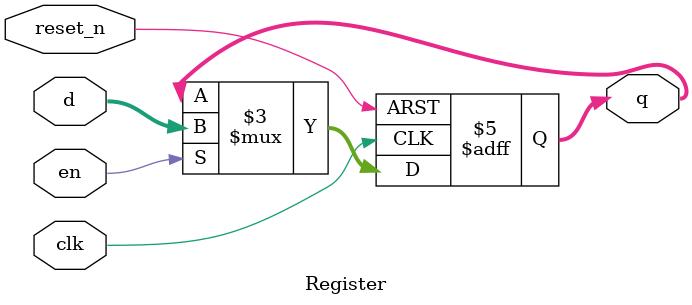
<source format=sv>
`timescale 1ns / 1ps


module Register #(
    parameter n = 8 // Default width of the register
)(
    input logic clk,          // Clock signal
    input logic reset_n,      // Active-low reset
    input logic [n-1:0] d, // Data input
    input logic en,
    output logic [n-1:0] q // Data output
);

    // Register logic with behavioral modeling
    always_ff @(posedge clk or negedge reset_n) begin
        if (!reset_n) begin
            q <= 0; // Reset output to 0
        end else if(en)begin
            q <= d; // Update output with input data on the clock edge
        end
    end

endmodule

</source>
